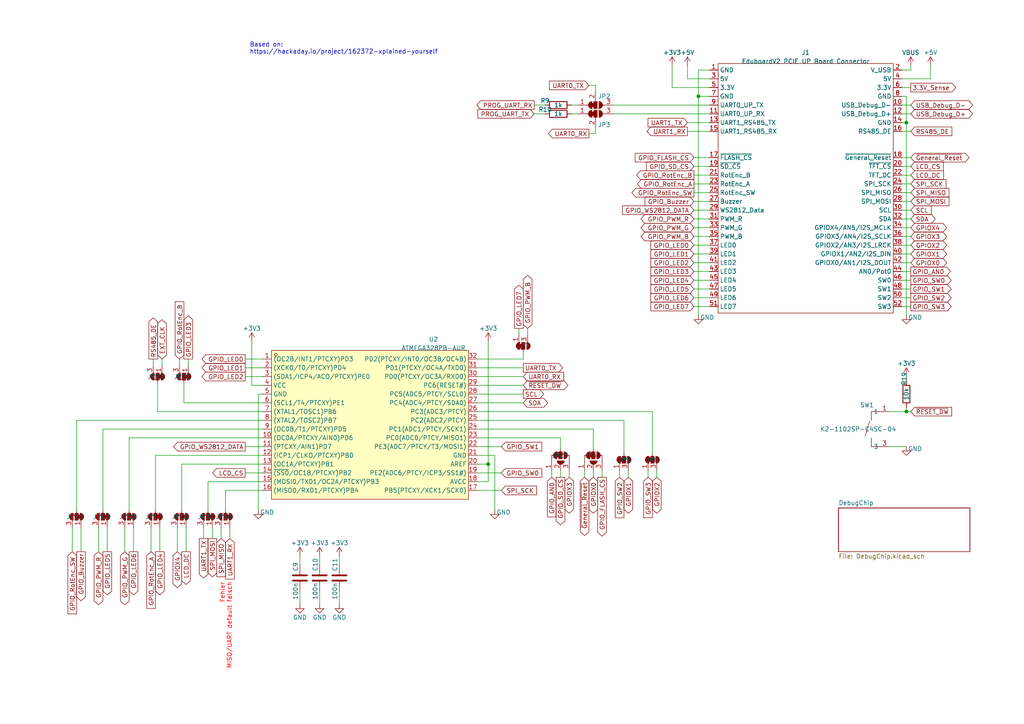
<source format=kicad_sch>
(kicad_sch (version 20230121) (generator eeschema)
  (paper "A4")
  (lib_symbols
    (symbol "Device:C" (pin_numbers hide) (pin_names (offset 0.254))
      (property "Reference" "C" (at 0.635 2.54 0))
      (property "Value" "C" (at 0.635 -2.54 0))
      (symbol "C_0_1"
        (polyline (pts (xy -2.032 -0.762) (xy 2.032 -0.762)) (stroke (width 0.508)))
        (polyline (pts (xy -2.032 0.762) (xy 2.032 0.762)) (stroke (width 0.508)))
      )
      (symbol "C_1_1"
        (pin passive line (at 0 3.81 270) (length 2.794) (name "~") (number "1"))
        (pin passive line (at 0 -3.81 90) (length 2.794) (name "~") (number "2"))
      )
    )
    (symbol "Device:R" (pin_numbers hide) (pin_names (offset 0))
      (property "Reference" "R" (at 2.032 0 90))
      (property "Value" "R" (at 0 0 90))
      (symbol "R_0_1"
        (rectangle (start -1.016 -2.54) (end 1.016 2.54) (stroke (width 0.254)))
      )
      (symbol "R_1_1"
        (pin passive line (at 0 3.81 270) (length 1.27) (name "~") (number "1"))
        (pin passive line (at 0 -3.81 90) (length 1.27) (name "~") (number "2"))
      )
    )
    (symbol "EduboardV2_kicadlib:ATMEGA328PB-AUR"
      (property "Reference" "U" (at -45.085 23.495 0))
      (property "Value" "ATMEGA328PB-AUR" (at 0 -24.13 0))
      (symbol "ATMEGA328PB-AUR_0_1"
        (rectangle (start -46.99 21.59) (end 10.16 -21.59) (fill (type background)))
        (circle (center -45.72 20.32) (radius 0.38))
        (pin unspecified line (at -49.53 19.05 0) (length 2.54) (name "(OC2B/INT1/PTCXY)PD3") (number "1"))
        (pin unspecified line (at -49.53 -3.81 0) (length 2.54) (name "(OC0A/PTCXY/AIN0)PD6") (number "10"))
        (pin unspecified line (at -49.53 -6.35 0) (length 2.54) (name "(PTCXY/AIN1)PD7") (number "11"))
        (pin unspecified line (at -49.53 -8.89 0) (length 2.54) (name "(ICP1/CLKO/PTCXY)PB0") (number "12"))
        (pin unspecified line (at -49.53 -11.43 0) (length 2.54) (name "(OC1A/PTCXY)PB1") (number "13"))
        (pin unspecified line (at -49.53 -13.97 0) (length 2.54) (name "~{(SS0}/OC1B/PTCXY)PB2") (number "14"))
        (pin unspecified line (at -49.53 -16.51 0) (length 2.54) (name "(MOSI0/TXD1/OC2A/PTCXY)PB3") (number "15"))
        (pin unspecified line (at -49.53 -19.05 0) (length 2.54) (name "(MISO0/RXD1/PTCXY)PB4") (number "16"))
        (pin unspecified line (at 12.7 -19.05 180) (length 2.54) (name "PB5(PTCXY/XCK1/SCK0)") (number "17"))
        (pin unspecified line (at 12.7 -16.51 180) (length 2.54) (name "AVCC") (number "18"))
        (pin unspecified line (at 12.7 -13.97 180) (length 2.54) (name "PE2(ADC6/PTCY/ICP3/SS1#)") (number "19"))
        (pin unspecified line (at -49.53 16.51 0) (length 2.54) (name "(XCK0/T0/PTCXY)PD4") (number "2"))
        (pin unspecified line (at 12.7 -11.43 180) (length 2.54) (name "AREF") (number "20"))
        (pin unspecified line (at 12.7 -8.89 180) (length 2.54) (name "GND") (number "21"))
        (pin unspecified line (at 12.7 -6.35 180) (length 2.54) (name "PE3(ADC7/PTCY/T3/MOSI1)") (number "22"))
        (pin unspecified line (at 12.7 -3.81 180) (length 2.54) (name "PC0(ADC0/PTCY/MISO1)") (number "23"))
        (pin unspecified line (at 12.7 -1.27 180) (length 2.54) (name "PC1(ADC1/PTCY/SCK1)") (number "24"))
        (pin unspecified line (at 12.7 1.27 180) (length 2.54) (name "PC2(ADC2/PTCY)") (number "25"))
        (pin unspecified line (at 12.7 3.81 180) (length 2.54) (name "PC3(ADC3/PTCY)") (number "26"))
        (pin unspecified line (at 12.7 6.35 180) (length 2.54) (name "PC4(ADC4/PTCY/SDA0)") (number "27"))
        (pin unspecified line (at 12.7 8.89 180) (length 2.54) (name "PC5(ADC5/PTCY/SCL0)") (number "28"))
        (pin unspecified line (at 12.7 11.43 180) (length 2.54) (name "PC6(RESET#)") (number "29"))
        (pin unspecified line (at -49.53 13.97 0) (length 2.54) (name "(SDA1/ICP4/ACO/PTCXY)PE0") (number "3"))
        (pin unspecified line (at 12.7 13.97 180) (length 2.54) (name "PD0(PTCXY/OC3A/RXD0)") (number "30"))
        (pin unspecified line (at 12.7 16.51 180) (length 2.54) (name "PD1(PTCXY/OC4A/TXD0)") (number "31"))
        (pin unspecified line (at 12.7 19.05 180) (length 2.54) (name "PD2(PTCXY/INT0/OC3B/OC4B)") (number "32"))
        (pin unspecified line (at -49.53 11.43 0) (length 2.54) (name "VCC") (number "4"))
        (pin unspecified line (at -49.53 8.89 0) (length 2.54) (name "GND") (number "5"))
        (pin unspecified line (at -49.53 6.35 0) (length 2.54) (name "(SCL1/T4/PTCXY)PE1") (number "6"))
        (pin unspecified line (at -49.53 3.81 0) (length 2.54) (name "(XTAL1/TOSC1)PB6") (number "7"))
        (pin unspecified line (at -49.53 1.27 0) (length 2.54) (name "(XTAL2/TOSC2)PB7") (number "8"))
        (pin unspecified line (at -49.53 -1.27 0) (length 2.54) (name "(OC0B/T1/PTCXY)PD5") (number "9"))
      )
    )
    (symbol "EduboardV2_kicadlib:EduboardUPConnector_V1"
      (property "Reference" "J" (at -18.415 3.175 0))
      (property "Value" "EduboardV2 PCIE UP Board Connector" (at 12.7 3.175 0))
      (symbol "EduboardUPConnector_V1_0_1"
        (rectangle (start -19.05 1.905) (end 31.75 -70.485))
      )
      (symbol "EduboardUPConnector_V1_1_1"
        (pin power_in line (at -21.59 0 0) (length 2.54) (name "GND") (number "1"))
        (pin bidirectional line (at 34.29 -10.16 180) (length 2.54) (name "USB_Debug_D-") (number "10"))
        (pin input line (at -21.59 -12.7 0) (length 2.54) (name "UART0_UP_RX") (number "11"))
        (pin bidirectional line (at 34.29 -12.7 180) (length 2.54) (name "USB_Debug_D+") (number "12"))
        (pin output line (at -21.59 -15.24 0) (length 2.54) (name "UART1_RS485_TX") (number "13"))
        (pin power_in line (at 34.29 -15.24 180) (length 2.54) (name "GND") (number "14"))
        (pin input line (at -21.59 -17.78 0) (length 2.54) (name "UART1_RS485_RX") (number "15"))
        (pin output line (at 34.29 -17.78 180) (length 2.54) (name "RS485_DE") (number "16"))
        (pin output line (at -21.59 -25.4 0) (length 2.54) (name "~{FLASH_CS}") (number "17"))
        (pin output line (at 34.29 -25.4 180) (length 2.54) (name "~{General_Reset}") (number "18"))
        (pin output line (at -21.59 -27.94 0) (length 2.54) (name "~{SD_CS}") (number "19"))
        (pin power_in line (at 34.29 0 180) (length 2.54) (name "V_USB") (number "2"))
        (pin output line (at 34.29 -27.94 180) (length 2.54) (name "~{TFT_CS}") (number "20"))
        (pin input line (at -21.59 -30.48 0) (length 2.54) (name "RotEnc_B") (number "21"))
        (pin output line (at 34.29 -30.48 180) (length 2.54) (name "TFT_DC") (number "22"))
        (pin input line (at -21.59 -33.02 0) (length 2.54) (name "RotEnc_A") (number "23"))
        (pin output line (at 34.29 -33.02 180) (length 2.54) (name "SPI_SCK") (number "24"))
        (pin input line (at -21.59 -35.56 0) (length 2.54) (name "RotEnc_SW") (number "25"))
        (pin input line (at 34.29 -35.56 180) (length 2.54) (name "SPI_MISO") (number "26"))
        (pin output line (at -21.59 -38.1 0) (length 2.54) (name "Buzzer") (number "27"))
        (pin output line (at 34.29 -38.1 180) (length 2.54) (name "SPI_MOSI") (number "28"))
        (pin output line (at -21.59 -40.64 0) (length 2.54) (name "WS2812_Data") (number "29"))
        (pin power_in line (at -21.59 -2.54 0) (length 2.54) (name "5V") (number "3"))
        (pin output line (at 34.29 -40.64 180) (length 2.54) (name "SCL") (number "30"))
        (pin output line (at -21.59 -43.18 0) (length 2.54) (name "PWM_R") (number "31"))
        (pin bidirectional line (at 34.29 -43.18 180) (length 2.54) (name "SDA") (number "32"))
        (pin output line (at -21.59 -45.72 0) (length 2.54) (name "PWM_G") (number "33"))
        (pin bidirectional line (at 34.29 -45.72 180) (length 2.54) (name "GPIOX4/AN5/I2S_MCLK") (number "34"))
        (pin output line (at -21.59 -48.26 0) (length 2.54) (name "PWM_B") (number "35"))
        (pin bidirectional line (at 34.29 -48.26 180) (length 2.54) (name "GPIOX3/AN4/I2S_SCLK") (number "36"))
        (pin output line (at -21.59 -50.8 0) (length 2.54) (name "LED0") (number "37"))
        (pin bidirectional line (at 34.29 -50.8 180) (length 2.54) (name "GPIOX2/AN3/I2S_LRCK") (number "38"))
        (pin output line (at -21.59 -53.34 0) (length 2.54) (name "LED1") (number "39"))
        (pin power_in line (at 34.29 -2.54 180) (length 2.54) (name "5V") (number "4"))
        (pin bidirectional line (at 34.29 -53.34 180) (length 2.54) (name "GPIOX1/AN2/I2S_DIN") (number "40"))
        (pin output line (at -21.59 -55.88 0) (length 2.54) (name "LED2") (number "41"))
        (pin bidirectional line (at 34.29 -55.88 180) (length 2.54) (name "GPIOX0/AN1/I2S_DOUT") (number "42"))
        (pin output line (at -21.59 -58.42 0) (length 2.54) (name "LED3") (number "43"))
        (pin input line (at 34.29 -58.42 180) (length 2.54) (name "AN0/Pot0") (number "44"))
        (pin output line (at -21.59 -60.96 0) (length 2.54) (name "LED4") (number "45"))
        (pin input line (at 34.29 -60.96 180) (length 2.54) (name "SW0") (number "46"))
        (pin output line (at -21.59 -63.5 0) (length 2.54) (name "LED5") (number "47"))
        (pin input line (at 34.29 -63.5 180) (length 2.54) (name "SW1") (number "48"))
        (pin output line (at -21.59 -66.04 0) (length 2.54) (name "LED6") (number "49"))
        (pin power_in line (at -21.59 -5.08 0) (length 2.54) (name "3.3V") (number "5"))
        (pin input line (at 34.29 -66.04 180) (length 2.54) (name "SW2") (number "50"))
        (pin output line (at -21.59 -68.58 0) (length 2.54) (name "LED7") (number "51"))
        (pin input line (at 34.29 -68.58 180) (length 2.54) (name "SW3") (number "52"))
        (pin power_in line (at 34.29 -5.08 180) (length 2.54) (name "3.3V") (number "6"))
        (pin power_in line (at -21.59 -7.62 0) (length 2.54) (name "GND") (number "7"))
        (pin power_in line (at 34.29 -7.62 180) (length 2.54) (name "GND") (number "8"))
        (pin output line (at -21.59 -10.16 0) (length 2.54) (name "UART0_UP_TX") (number "9"))
      )
    )
    (symbol "EduboardV2_kicadlib:K2-1102SP-C4SC-04"
      (property "Reference" "SW?" (at 0 10.16 0))
      (property "Value" "K2-1102SP-C4SC-04" (at 0 -10.16 0))
      (symbol "K2-1102SP-C4SC-04_0_1"
        (polyline (pts (xy -5.08 -5.08) (xy -2.54 -5.08)))
        (polyline (pts (xy -5.08 5.08) (xy -2.54 5.08)))
        (polyline (pts (xy -2.54 -5.08) (xy -2.54 -2.54)))
        (polyline (pts (xy -2.54 5.08) (xy -2.54 2.54)))
        (polyline (pts (xy -2.032 2.286) (xy -0.762 -2.032)))
        (pin unspecified line (at -7.62 5.08 0) (length 2.54) (name "1") (number "1"))
        (pin unspecified line (at -7.62 5.08 0) (length 2.54) hide (name "2") (number "2"))
        (pin unspecified line (at -7.62 -5.08 0) (length 2.54) (name "3") (number "3"))
        (pin unspecified line (at -7.62 -5.08 0) (length 2.54) hide (name "4") (number "4"))
      )
    )
    (symbol "EduboardV2_kicadlib:SolderJumper_Small_3_Bridged12" (pin_names (offset 0) hide)
      (property "Reference" "JP" (at 2.54 1.27 0))
      (symbol "SolderJumper_Small_3_Bridged12_0_1"
        (arc (start -1.016 -1.016) (mid 0 -2.0276) (end 1.016 -1.016))
        (arc (start -1.016 -1.016) (mid 0 -2.0276) (end 1.016 -1.016) (fill (type outline)))
        (polyline (pts (xy -1.016 -1.016) (xy 1.016 -1.016)))
        (polyline (pts (xy -1.016 1.016) (xy 1.016 1.016)))
        (polyline (pts (xy 1.27 0) (xy 1.016 0)))
        (rectangle (start 0.508 0.508) (end -0.508 1.016) (fill (type outline)))
        (rectangle (start 1.016 -0.508) (end -1.016 0.508) (fill (type outline)))
        (arc (start 1.016 1.016) (mid 0 2.0276) (end -1.016 1.016))
        (arc (start 1.016 1.016) (mid 0 2.0276) (end -1.016 1.016) (fill (type outline)))
      )
      (symbol "SolderJumper_Small_3_Bridged12_1_1"
        (pin passive line (at -3.175 1.27 0) (length 2.54) (name "A") (number "1"))
        (pin passive line (at 1.905 0 180) (length 2.54) (name "C") (number "2"))
        (pin passive line (at -3.175 -1.27 0) (length 2.54) (name "B") (number "3"))
      )
    )
    (symbol "EduboardV2_kicadlib:SolderJumper_Small_4_Bridged14" (pin_names (offset 0) hide)
      (property "Reference" "JP" (at 2.54 1.27 0))
      (symbol "SolderJumper_Small_4_Bridged14_0_1"
        (arc (start -1.5875 0.9525) (mid -2.5991 -0.0635) (end -1.5875 -1.0795))
        (arc (start -1.5875 0.9525) (mid -2.5991 -0.0635) (end -1.5875 -1.0795) (fill (type outline)))
        (arc (start -1.016 -1.016) (mid 0 -2.0276) (end 1.016 -1.016))
        (arc (start -1.016 -1.016) (mid 0 -2.0276) (end 1.016 -1.016) (fill (type outline)))
        (rectangle (start -1.016 0.508) (end 1.016 -0.508) (fill (type outline)))
        (polyline (pts (xy -1.5875 0.9525) (xy -1.5875 -1.0795)))
        (polyline (pts (xy -1.016 -1.016) (xy 1.016 -1.016)))
        (polyline (pts (xy -1.016 1.016) (xy 1.016 1.016)))
        (polyline (pts (xy 0 -2.54) (xy 0 -2.032)))
        (polyline (pts (xy 0 2.54) (xy 0 2.032)))
        (polyline (pts (xy 1.27 0) (xy 1.016 0)))
        (polyline (pts (xy -1.905 -2.54) (xy 0 -2.54) (xy 0 -1.905)))
        (polyline (pts (xy -1.905 2.54) (xy 0 2.54) (xy 0 1.905)))
        (rectangle (start 0.508 0.508) (end -0.508 1.016) (fill (type outline)))
        (arc (start 1.016 1.016) (mid 0 2.0276) (end -1.016 1.016))
        (arc (start 1.016 1.016) (mid 0 2.0276) (end -1.016 1.016) (fill (type outline)))
      )
      (symbol "SolderJumper_Small_4_Bridged14_1_1"
        (pin passive line (at -4.445 2.54 0) (length 2.54) (name "A") (number "1"))
        (pin passive line (at -4.445 0 0) (length 2.54) (name "A") (number "2"))
        (pin passive line (at -4.445 -2.54 0) (length 2.54) (name "B") (number "3"))
        (pin passive line (at 1.905 0 180) (length 2.54) (name "C") (number "4"))
      )
    )
    (symbol "Jumper:SolderJumper_3_Bridged12" (pin_names (offset 0) hide)
      (property "Reference" "JP" (at -2.54 -2.54 0))
      (property "Value" "SolderJumper_3_Bridged12" (at 0 2.794 0))
      (symbol "SolderJumper_3_Bridged12_0_1"
        (rectangle (start -1.016 0.508) (end -0.508 -0.508) (fill (type outline)))
        (arc (start -1.016 1.016) (mid -2.0276 0) (end -1.016 -1.016))
        (arc (start -1.016 1.016) (mid -2.0276 0) (end -1.016 -1.016) (fill (type outline)))
        (rectangle (start -0.508 1.016) (end 0.508 -1.016) (fill (type outline)))
        (polyline (pts (xy -2.54 0) (xy -2.032 0)))
        (polyline (pts (xy -1.016 1.016) (xy -1.016 -1.016)))
        (polyline (pts (xy 0 -1.27) (xy 0 -1.016)))
        (polyline (pts (xy 1.016 1.016) (xy 1.016 -1.016)))
        (polyline (pts (xy 2.54 0) (xy 2.032 0)))
        (arc (start 1.016 -1.016) (mid 2.0276 0) (end 1.016 1.016))
        (arc (start 1.016 -1.016) (mid 2.0276 0) (end 1.016 1.016) (fill (type outline)))
      )
      (symbol "SolderJumper_3_Bridged12_1_1"
        (pin passive line (at -5.08 0 0) (length 2.54) (name "A") (number "1"))
        (pin passive line (at 0 -3.81 90) (length 2.54) (name "C") (number "2"))
        (pin passive line (at 5.08 0 180) (length 2.54) (name "B") (number "3"))
      )
    )
    (symbol "power:+3V3" (power) (pin_names (offset 0))
      (property "Value" "+3V3" (at 0 3.556 0))
      (symbol "+3V3_0_1"
        (polyline (pts (xy -0.762 1.27) (xy 0 2.54)))
        (polyline (pts (xy 0 0) (xy 0 2.54)))
        (polyline (pts (xy 0 2.54) (xy 0.762 1.27)))
      )
      (symbol "+3V3_1_1"
        (pin power_in line (at 0 0 90) (length 0) hide (name "+3V3") (number "1"))
      )
    )
    (symbol "power:+5V" (power) (pin_names (offset 0))
      (property "Value" "+5V" (at 0 3.556 0))
      (symbol "+5V_0_1"
        (polyline (pts (xy -0.762 1.27) (xy 0 2.54)))
        (polyline (pts (xy 0 0) (xy 0 2.54)))
        (polyline (pts (xy 0 2.54) (xy 0.762 1.27)))
      )
      (symbol "+5V_1_1"
        (pin power_in line (at 0 0 90) (length 0) hide (name "+5V") (number "1"))
      )
    )
    (symbol "power:GND" (power) (pin_names (offset 0))
      (property "Value" "GND" (at 0 -3.81 0))
      (symbol "GND_0_1"
        (polyline (pts (xy 0 0) (xy 0 -1.27) (xy 1.27 -1.27) (xy 0 -2.54) (xy -1.27 -1.27) (xy 0 -1.27)))
      )
      (symbol "GND_1_1"
        (pin power_in line (at 0 0 270) (length 0) hide (name "GND") (number "1"))
      )
    )
    (symbol "power:VBUS" (power) (pin_names (offset 0))
      (property "Value" "VBUS" (at 0 3.81 0))
      (symbol "VBUS_0_1"
        (polyline (pts (xy -0.762 1.27) (xy 0 2.54)))
        (polyline (pts (xy 0 0) (xy 0 2.54)))
        (polyline (pts (xy 0 2.54) (xy 0.762 1.27)))
      )
      (symbol "VBUS_1_1"
        (pin power_in line (at 0 0 90) (length 0) hide (name "VBUS") (number "1"))
      )
    )
  )
  (junction (at 262.89 119.38))
  (junction (at 141.605 134.62))
  (junction (at 202.565 27.94))
  (junction (at 262.89 35.56))
  (wire (pts (xy 261.62 88.9) (xy 264.16 88.9)))
  (wire (pts (xy 261.62 76.2) (xy 264.16 76.2)))
  (wire (pts (xy 65.405 142.24) (xy 65.405 147.955)))
  (wire (pts (xy 179.705 136.525) (xy 179.705 138.43)))
  (wire (pts (xy 201.295 55.88) (xy 205.74 55.88)))
  (wire (pts (xy 189.23 119.38) (xy 189.23 131.445)))
  (wire (pts (xy 201.295 63.5) (xy 205.74 63.5)))
  (wire (pts (xy 28.575 153.035) (xy 28.575 160.02)))
  (wire (pts (xy 172.72 38.735) (xy 172.72 36.83)))
  (wire (pts (xy 201.295 66.04) (xy 205.74 66.04)))
  (wire (pts (xy 172.085 130.175) (xy 172.085 124.46)))
  (wire (pts (xy 37.465 127) (xy 37.465 147.955)))
  (wire (pts (xy 52.705 134.62) (xy 52.705 147.955)))
  (wire (pts (xy 261.62 81.28) (xy 264.16 81.28)))
  (wire (pts (xy 180.975 131.445) (xy 180.975 121.92)))
  (wire (pts (xy 143.51 147.955) (xy 143.51 132.08)))
  (wire (pts (xy 262.89 109.22) (xy 262.89 110.49)))
  (wire (pts (xy 194.945 25.4) (xy 205.74 25.4)))
  (wire (pts (xy 261.62 83.82) (xy 264.16 83.82)))
  (wire (pts (xy 199.39 38.1) (xy 205.74 38.1)))
  (wire (pts (xy 45.085 132.08) (xy 45.085 147.955)))
  (wire (pts (xy 71.12 129.54) (xy 76.2 129.54)))
  (wire (pts (xy 138.43 111.76) (xy 151.765 111.76)))
  (wire (pts (xy 165.735 30.48) (xy 167.64 30.48)))
  (wire (pts (xy 73.025 111.76) (xy 76.2 111.76)))
  (wire (pts (xy 261.62 60.96) (xy 264.16 60.96)))
  (wire (pts (xy 151.765 104.14) (xy 151.765 102.235)))
  (wire (pts (xy 138.43 127) (xy 162.56 127)))
  (wire (pts (xy 261.62 55.88) (xy 264.16 55.88)))
  (wire (pts (xy 138.43 114.3) (xy 151.765 114.3)))
  (wire (pts (xy 74.93 147.955) (xy 74.93 114.3)))
  (wire (pts (xy 160.02 136.525) (xy 160.02 138.43)))
  (wire (pts (xy 201.295 71.12) (xy 205.74 71.12)))
  (wire (pts (xy 44.45 104.14) (xy 44.45 106.045)))
  (wire (pts (xy 59.055 153.035) (xy 59.055 156.21)))
  (wire (pts (xy 29.845 124.46) (xy 29.845 147.955)))
  (wire (pts (xy 180.975 121.92) (xy 138.43 121.92)))
  (wire (pts (xy 261.62 45.72) (xy 264.16 45.72)))
  (wire (pts (xy 86.995 161.29) (xy 86.995 163.83)))
  (wire (pts (xy 138.43 139.7) (xy 141.605 139.7)))
  (wire (pts (xy 201.295 58.42) (xy 205.74 58.42)))
  (wire (pts (xy 162.56 127) (xy 162.56 130.175)))
  (wire (pts (xy 262.89 27.94) (xy 261.62 27.94)))
  (wire (pts (xy 64.135 153.035) (xy 64.135 156.21)))
  (wire (pts (xy 261.62 48.26) (xy 264.16 48.26)))
  (wire (pts (xy 170.815 24.765) (xy 172.72 24.765)))
  (wire (pts (xy 138.43 142.24) (xy 145.415 142.24)))
  (wire (pts (xy 92.71 161.29) (xy 92.71 163.83)))
  (wire (pts (xy 98.425 161.29) (xy 98.425 163.83)))
  (wire (pts (xy 201.295 88.9) (xy 205.74 88.9)))
  (wire (pts (xy 262.89 119.38) (xy 264.16 119.38)))
  (wire (pts (xy 177.8 33.02) (xy 205.74 33.02)))
  (wire (pts (xy 257.81 119.38) (xy 262.89 119.38)))
  (wire (pts (xy 262.89 91.44) (xy 262.89 35.56)))
  (wire (pts (xy 76.2 127) (xy 37.465 127)))
  (wire (pts (xy 154.94 30.48) (xy 158.115 30.48)))
  (wire (pts (xy 257.81 129.54) (xy 262.89 129.54)))
  (wire (pts (xy 138.43 109.22) (xy 151.765 109.22)))
  (wire (pts (xy 201.295 68.58) (xy 205.74 68.58)))
  (wire (pts (xy 60.325 139.7) (xy 60.325 147.955)))
  (wire (pts (xy 53.975 153.035) (xy 53.975 160.02)))
  (wire (pts (xy 73.025 99.06) (xy 73.025 111.76)))
  (wire (pts (xy 182.245 136.525) (xy 182.245 138.43)))
  (wire (pts (xy 202.565 27.94) (xy 205.74 27.94)))
  (wire (pts (xy 261.62 35.56) (xy 262.89 35.56)))
  (wire (pts (xy 199.39 35.56) (xy 205.74 35.56)))
  (wire (pts (xy 262.89 35.56) (xy 262.89 27.94)))
  (wire (pts (xy 190.5 136.525) (xy 190.5 138.43)))
  (wire (pts (xy 172.085 136.525) (xy 172.085 138.43)))
  (wire (pts (xy 20.955 153.035) (xy 20.955 160.02)))
  (wire (pts (xy 202.565 20.32) (xy 202.565 27.94)))
  (wire (pts (xy 54.61 104.14) (xy 54.61 106.045)))
  (wire (pts (xy 201.295 45.72) (xy 205.74 45.72)))
  (wire (pts (xy 264.16 19.05) (xy 264.16 20.32)))
  (wire (pts (xy 165.1 136.525) (xy 165.1 138.43)))
  (wire (pts (xy 71.12 109.22) (xy 76.2 109.22)))
  (wire (pts (xy 150.495 95.25) (xy 150.495 97.155)))
  (wire (pts (xy 138.43 129.54) (xy 145.415 129.54)))
  (wire (pts (xy 154.94 33.02) (xy 158.115 33.02)))
  (wire (pts (xy 92.71 171.45) (xy 92.71 175.26)))
  (wire (pts (xy 141.605 134.62) (xy 141.605 99.06)))
  (wire (pts (xy 76.2 121.92) (xy 22.225 121.92)))
  (wire (pts (xy 269.875 22.86) (xy 261.62 22.86)))
  (wire (pts (xy 261.62 30.48) (xy 264.16 30.48)))
  (wire (pts (xy 261.62 33.02) (xy 264.16 33.02)))
  (wire (pts (xy 143.51 132.08) (xy 138.43 132.08)))
  (wire (pts (xy 261.62 53.34) (xy 264.16 53.34)))
  (wire (pts (xy 261.62 50.8) (xy 264.16 50.8)))
  (wire (pts (xy 201.295 81.28) (xy 205.74 81.28)))
  (wire (pts (xy 174.625 136.525) (xy 174.625 138.43)))
  (wire (pts (xy 261.62 78.74) (xy 264.16 78.74)))
  (wire (pts (xy 199.39 22.86) (xy 199.39 19.05)))
  (wire (pts (xy 172.72 24.765) (xy 172.72 26.67)))
  (wire (pts (xy 31.115 153.035) (xy 31.115 160.02)))
  (wire (pts (xy 76.2 134.62) (xy 52.705 134.62)))
  (wire (pts (xy 264.16 20.32) (xy 261.62 20.32)))
  (wire (pts (xy 201.295 86.36) (xy 205.74 86.36)))
  (wire (pts (xy 45.72 119.38) (xy 45.72 111.125)))
  (wire (pts (xy 71.12 104.14) (xy 76.2 104.14)))
  (wire (pts (xy 76.2 119.38) (xy 45.72 119.38)))
  (wire (pts (xy 36.195 153.035) (xy 36.195 160.02)))
  (wire (pts (xy 269.875 19.05) (xy 269.875 22.86)))
  (wire (pts (xy 71.12 137.16) (xy 76.2 137.16)))
  (wire (pts (xy 98.425 171.45) (xy 98.425 175.26)))
  (wire (pts (xy 46.99 104.14) (xy 46.99 106.045)))
  (wire (pts (xy 202.565 91.44) (xy 202.565 27.94)))
  (wire (pts (xy 201.295 48.26) (xy 205.74 48.26)))
  (wire (pts (xy 201.295 53.34) (xy 205.74 53.34)))
  (wire (pts (xy 261.62 25.4) (xy 264.16 25.4)))
  (wire (pts (xy 162.56 136.525) (xy 162.56 138.43)))
  (wire (pts (xy 53.34 116.84) (xy 53.34 111.125)))
  (wire (pts (xy 201.295 76.2) (xy 205.74 76.2)))
  (wire (pts (xy 61.595 153.035) (xy 61.595 156.21)))
  (wire (pts (xy 138.43 137.16) (xy 145.415 137.16)))
  (wire (pts (xy 169.545 136.525) (xy 169.545 138.43)))
  (wire (pts (xy 46.355 153.035) (xy 46.355 160.02)))
  (wire (pts (xy 74.93 114.3) (xy 76.2 114.3)))
  (wire (pts (xy 76.2 139.7) (xy 60.325 139.7)))
  (wire (pts (xy 201.295 60.96) (xy 205.74 60.96)))
  (wire (pts (xy 261.62 66.04) (xy 264.16 66.04)))
  (wire (pts (xy 43.815 153.035) (xy 43.815 160.02)))
  (wire (pts (xy 138.43 104.14) (xy 151.765 104.14)))
  (wire (pts (xy 153.035 95.25) (xy 153.035 97.155)))
  (wire (pts (xy 141.605 139.7) (xy 141.605 134.62)))
  (wire (pts (xy 261.62 58.42) (xy 264.16 58.42)))
  (wire (pts (xy 261.62 86.36) (xy 264.16 86.36)))
  (wire (pts (xy 138.43 134.62) (xy 141.605 134.62)))
  (wire (pts (xy 261.62 68.58) (xy 264.16 68.58)))
  (wire (pts (xy 38.735 153.035) (xy 38.735 160.02)))
  (wire (pts (xy 205.74 20.32) (xy 202.565 20.32)))
  (wire (pts (xy 76.2 132.08) (xy 45.085 132.08)))
  (wire (pts (xy 201.295 50.8) (xy 205.74 50.8)))
  (wire (pts (xy 23.495 153.035) (xy 23.495 160.02)))
  (wire (pts (xy 261.62 73.66) (xy 264.16 73.66)))
  (wire (pts (xy 201.295 83.82) (xy 205.74 83.82)))
  (wire (pts (xy 201.295 78.74) (xy 205.74 78.74)))
  (wire (pts (xy 172.085 124.46) (xy 138.43 124.46)))
  (wire (pts (xy 170.815 38.735) (xy 172.72 38.735)))
  (wire (pts (xy 261.62 38.1) (xy 264.16 38.1)))
  (wire (pts (xy 138.43 119.38) (xy 189.23 119.38)))
  (wire (pts (xy 201.295 73.66) (xy 205.74 73.66)))
  (wire (pts (xy 76.2 124.46) (xy 29.845 124.46)))
  (wire (pts (xy 86.995 171.45) (xy 86.995 175.26)))
  (wire (pts (xy 138.43 116.84) (xy 151.765 116.84)))
  (wire (pts (xy 138.43 106.68) (xy 151.765 106.68)))
  (wire (pts (xy 262.89 118.11) (xy 262.89 119.38)))
  (wire (pts (xy 52.07 104.14) (xy 52.07 106.045)))
  (wire (pts (xy 22.225 121.92) (xy 22.225 147.955)))
  (wire (pts (xy 177.8 30.48) (xy 205.74 30.48)))
  (wire (pts (xy 66.675 153.035) (xy 66.675 156.21)))
  (wire (pts (xy 165.735 33.02) (xy 167.64 33.02)))
  (wire (pts (xy 194.945 19.05) (xy 194.945 25.4)))
  (wire (pts (xy 187.96 136.525) (xy 187.96 138.43)))
  (wire (pts (xy 76.2 116.84) (xy 53.34 116.84)))
  (wire (pts (xy 71.12 106.68) (xy 76.2 106.68)))
  (wire (pts (xy 51.435 153.035) (xy 51.435 160.02)))
  (wire (pts (xy 205.74 22.86) (xy 199.39 22.86)))
  (wire (pts (xy 261.62 71.12) (xy 264.16 71.12)))
  (wire (pts (xy 65.405 142.24) (xy 76.2 142.24)))
  (wire (pts (xy 261.62 63.5) (xy 264.16 63.5)))
  (text "Based on:\nhttps://hackaday.io/project/162372-xplained-yourself" (at 72.39 15.875 0) (effects (font (size 1.27 1.27)) (justify left bottom)))
  (text "Fehler\nMISO/UART default falsch\n" (at 67.31 168.91 90) (effects (font (size 1.27 1.27)) (justify right bottom)))
  (global_label "USB_Debug_D+" (shape bidirectional) (at 264.16 33.02 0) (property "Intersheetrefs" "${INTERSHEET_REFS}" (effects hide)))
  (global_label "EXT_CLK" (shape bidirectional) (at 46.99 104.14 90) (property "Intersheetrefs" "${INTERSHEET_REFS}" (effects hide)))
  (global_label "GPIO_LED2" (shape input) (at 201.295 76.2 180) (property "Intersheetrefs" "${INTERSHEET_REFS}" (effects hide)))
  (global_label "LCD_DC" (shape output) (at 53.975 160.02 270) (property "Intersheetrefs" "${INTERSHEET_REFS}" (effects hide)))
  (global_label "GPIO_LED4" (shape output) (at 46.355 160.02 270) (property "Intersheetrefs" "${INTERSHEET_REFS}" (effects hide)))
  (global_label "PROG_UART_RX" (shape output) (at 154.94 30.48 180) (property "Intersheetrefs" "${INTERSHEET_REFS}" (effects hide)))
  (global_label "~{RESET_DW}" (shape bidirectional) (at 151.765 111.76 0) (property "Intersheetrefs" "${INTERSHEET_REFS}" (effects hide)))
  (global_label "SDA" (shape bidirectional) (at 151.765 116.84 0) (property "Intersheetrefs" "${INTERSHEET_REFS}" (effects hide)))
  (global_label "GPIO_SW2" (shape input) (at 179.705 138.43 270) (property "Intersheetrefs" "${INTERSHEET_REFS}" (effects hide)))
  (global_label "GPIOX2" (shape bidirectional) (at 264.16 71.12 0) (property "Intersheetrefs" "${INTERSHEET_REFS}" (effects hide)))
  (global_label "GPIO_PWM_R" (shape bidirectional) (at 28.575 160.02 270) (property "Intersheetrefs" "${INTERSHEET_REFS}" (effects hide)))
  (global_label "USB_Debug_D-" (shape bidirectional) (at 264.16 30.48 0) (property "Intersheetrefs" "${INTERSHEET_REFS}" (effects hide)))
  (global_label "~{General_Reset}" (shape bidirectional) (at 169.545 138.43 270) (property "Intersheetrefs" "${INTERSHEET_REFS}" (effects hide)))
  (global_label "RS485_DE" (shape input) (at 264.16 38.1 0) (property "Intersheetrefs" "${INTERSHEET_REFS}" (effects hide)))
  (global_label "UART1_RX" (shape output) (at 199.39 38.1 180) (property "Intersheetrefs" "${INTERSHEET_REFS}" (effects hide)))
  (global_label "GPIO_LED5" (shape output) (at 31.115 160.02 270) (property "Intersheetrefs" "${INTERSHEET_REFS}" (effects hide)))
  (global_label "~{RESET_DW}" (shape input) (at 264.16 119.38 0) (property "Intersheetrefs" "${INTERSHEET_REFS}" (effects hide)))
  (global_label "GPIO_SW0" (shape output) (at 264.16 81.28 0) (property "Intersheetrefs" "${INTERSHEET_REFS}" (effects hide)))
  (global_label "GPIO_RotEnc_B" (shape output) (at 201.295 50.8 180) (property "Intersheetrefs" "${INTERSHEET_REFS}" (effects hide)))
  (global_label "GPIO_Buzzer" (shape output) (at 23.495 160.02 270) (property "Intersheetrefs" "${INTERSHEET_REFS}" (effects hide)))
  (global_label "GPIO_RotEnc_SW" (shape input) (at 20.955 160.02 270) (property "Intersheetrefs" "${INTERSHEET_REFS}" (effects hide)))
  (global_label "GPIO_LED4" (shape input) (at 201.295 81.28 180) (property "Intersheetrefs" "${INTERSHEET_REFS}" (effects hide)))
  (global_label "GPIOX4" (shape bidirectional) (at 264.16 66.04 0) (property "Intersheetrefs" "${INTERSHEET_REFS}" (effects hide)))
  (global_label "GPIO_SW2" (shape output) (at 264.16 86.36 0) (property "Intersheetrefs" "${INTERSHEET_REFS}" (effects hide)))
  (global_label "GPIO_LED6" (shape input) (at 201.295 86.36 180) (property "Intersheetrefs" "${INTERSHEET_REFS}" (effects hide)))
  (global_label "GPIO_Buzzer" (shape input) (at 201.295 58.42 180) (property "Intersheetrefs" "${INTERSHEET_REFS}" (effects hide)))
  (global_label "PROG_UART_TX" (shape input) (at 154.94 33.02 180) (property "Intersheetrefs" "${INTERSHEET_REFS}" (effects hide)))
  (global_label "GPIO_LED1" (shape input) (at 201.295 73.66 180) (property "Intersheetrefs" "${INTERSHEET_REFS}" (effects hide)))
  (global_label "GPIOX2" (shape bidirectional) (at 190.5 138.43 270) (property "Intersheetrefs" "${INTERSHEET_REFS}" (effects hide)))
  (global_label "GPIO_PWM_R" (shape bidirectional) (at 201.295 63.5 180) (property "Intersheetrefs" "${INTERSHEET_REFS}" (effects hide)))
  (global_label "SPI_SCK" (shape input) (at 264.16 53.34 0) (property "Intersheetrefs" "${INTERSHEET_REFS}" (effects hide)))
  (global_label "SCL" (shape output) (at 151.765 114.3 0) (property "Intersheetrefs" "${INTERSHEET_REFS}" (effects hide)))
  (global_label "GPIO_LED5" (shape input) (at 201.295 83.82 180) (property "Intersheetrefs" "${INTERSHEET_REFS}" (effects hide)))
  (global_label "GPIOX4" (shape bidirectional) (at 51.435 160.02 270) (property "Intersheetrefs" "${INTERSHEET_REFS}" (effects hide)))
  (global_label "GPIOX3" (shape bidirectional) (at 165.1 138.43 270) (property "Intersheetrefs" "${INTERSHEET_REFS}" (effects hide)))
  (global_label "LCD_CS" (shape output) (at 71.12 137.16 180) (property "Intersheetrefs" "${INTERSHEET_REFS}" (effects hide)))
  (global_label "GPIO_LED7" (shape output) (at 150.495 95.25 90) (property "Intersheetrefs" "${INTERSHEET_REFS}" (effects hide)))
  (global_label "SDA" (shape bidirectional) (at 264.16 63.5 0) (property "Intersheetrefs" "${INTERSHEET_REFS}" (effects hide)))
  (global_label "GPIO_PWM_B" (shape bidirectional) (at 201.295 68.58 180) (property "Intersheetrefs" "${INTERSHEET_REFS}" (effects hide)))
  (global_label "3.3V_Sense" (shape output) (at 264.16 25.4 0) (property "Intersheetrefs" "${INTERSHEET_REFS}" (effects hide)))
  (global_label "SPI_MOSI" (shape input) (at 264.16 58.42 0) (property "Intersheetrefs" "${INTERSHEET_REFS}" (effects hide)))
  (global_label "GPIO_RotEnc_A" (shape input) (at 43.815 160.02 270) (property "Intersheetrefs" "${INTERSHEET_REFS}" (effects hide)))
  (global_label "LCD_DC" (shape input) (at 264.16 50.8 0) (property "Intersheetrefs" "${INTERSHEET_REFS}" (effects hide)))
  (global_label "SPI_SCK" (shape input) (at 145.415 142.24 0) (property "Intersheetrefs" "${INTERSHEET_REFS}" (effects hide)))
  (global_label "GPIO_LED0" (shape output) (at 71.12 104.14 180) (property "Intersheetrefs" "${INTERSHEET_REFS}" (effects hide)))
  (global_label "GPIO_LED0" (shape input) (at 201.295 71.12 180) (property "Intersheetrefs" "${INTERSHEET_REFS}" (effects hide)))
  (global_label "GPIOX1" (shape bidirectional) (at 182.245 138.43 270) (property "Intersheetrefs" "${INTERSHEET_REFS}" (effects hide)))
  (global_label "GPIO_SW0" (shape input) (at 145.415 137.16 0) (property "Intersheetrefs" "${INTERSHEET_REFS}" (effects hide)))
  (global_label "GPIO_RotEnc_B" (shape input) (at 52.07 104.14 90) (property "Intersheetrefs" "${INTERSHEET_REFS}" (effects hide)))
  (global_label "~{General_Reset}" (shape bidirectional) (at 264.16 45.72 0) (property "Intersheetrefs" "${INTERSHEET_REFS}" (effects hide)))
  (global_label "UART1_RX" (shape input) (at 66.675 156.21 270) (property "Intersheetrefs" "${INTERSHEET_REFS}" (effects hide)))
  (global_label "SPI_MOSI" (shape output) (at 61.595 156.21 270) (property "Intersheetrefs" "${INTERSHEET_REFS}" (effects hide)))
  (global_label "GPIO_WS2812_DATA" (shape input) (at 201.295 60.96 180) (property "Intersheetrefs" "${INTERSHEET_REFS}" (effects hide)))
  (global_label "GPIO_FLASH_CS" (shape input) (at 201.295 45.72 180) (property "Intersheetrefs" "${INTERSHEET_REFS}" (effects hide)))
  (global_label "GPIO_RotEnc_SW" (shape output) (at 201.295 55.88 180) (property "Intersheetrefs" "${INTERSHEET_REFS}" (effects hide)))
  (global_label "GPIO_LED3" (shape input) (at 201.295 78.74 180) (property "Intersheetrefs" "${INTERSHEET_REFS}" (effects hide)))
  (global_label "GPIO_LED6" (shape output) (at 38.735 160.02 270) (property "Intersheetrefs" "${INTERSHEET_REFS}" (effects hide)))
  (global_label "GPIOX0" (shape bidirectional) (at 172.085 138.43 270) (property "Intersheetrefs" "${INTERSHEET_REFS}" (effects hide)))
  (global_label "RS485_DE" (shape output) (at 44.45 104.14 90) (property "Intersheetrefs" "${INTERSHEET_REFS}" (effects hide)))
  (global_label "UART0_RX" (shape input) (at 151.765 109.22 0) (property "Intersheetrefs" "${INTERSHEET_REFS}" (effects hide)))
  (global_label "GPIO_PWM_G" (shape bidirectional) (at 36.195 160.02 270) (property "Intersheetrefs" "${INTERSHEET_REFS}" (effects hide)))
  (global_label "GPIO_SW1" (shape output) (at 264.16 83.82 0) (property "Intersheetrefs" "${INTERSHEET_REFS}" (effects hide)))
  (global_label "GPIO_LED2" (shape output) (at 71.12 109.22 180) (property "Intersheetrefs" "${INTERSHEET_REFS}" (effects hide)))
  (global_label "GPIO_SW3" (shape input) (at 187.96 138.43 270) (property "Intersheetrefs" "${INTERSHEET_REFS}" (effects hide)))
  (global_label "GPIOX3" (shape bidirectional) (at 264.16 68.58 0) (property "Intersheetrefs" "${INTERSHEET_REFS}" (effects hide)))
  (global_label "SPI_MISO" (shape input) (at 264.16 55.88 0) (property "Intersheetrefs" "${INTERSHEET_REFS}" (effects hide)))
  (global_label "GPIO_PWM_B" (shape bidirectional) (at 153.035 95.25 90) (property "Intersheetrefs" "${INTERSHEET_REFS}" (effects hide)))
  (global_label "GPIOX0" (shape bidirectional) (at 264.16 76.2 0) (property "Intersheetrefs" "${INTERSHEET_REFS}" (effects hide)))
  (global_label "UART1_TX" (shape output) (at 59.055 156.21 270) (property "Intersheetrefs" "${INTERSHEET_REFS}" (effects hide)))
  (global_label "GPIO_SD_CS" (shape output) (at 162.56 138.43 270) (property "Intersheetrefs" "${INTERSHEET_REFS}" (effects hide)))
  (global_label "UART0_TX" (shape input) (at 170.815 24.765 180) (property "Intersheetrefs" "${INTERSHEET_REFS}" (effects hide)))
  (global_label "GPIO_LED3" (shape output) (at 54.61 104.14 90) (property "Intersheetrefs" "${INTERSHEET_REFS}" (effects hide)))
  (global_label "LCD_CS" (shape input) (at 264.16 48.26 0) (property "Intersheetrefs" "${INTERSHEET_REFS}" (effects hide)))
  (global_label "GPIO_AN0" (shape output) (at 264.16 78.74 0) (property "Intersheetrefs" "${INTERSHEET_REFS}" (effects hide)))
  (global_label "GPIOX1" (shape bidirectional) (at 264.16 73.66 0) (property "Intersheetrefs" "${INTERSHEET_REFS}" (effects hide)))
  (global_label "UART0_RX" (shape output) (at 170.815 38.735 180) (property "Intersheetrefs" "${INTERSHEET_REFS}" (effects hide)))
  (global_label "GPIO_SW3" (shape output) (at 264.16 88.9 0) (property "Intersheetrefs" "${INTERSHEET_REFS}" (effects hide)))
  (global_label "GPIO_SD_CS" (shape input) (at 201.295 48.26 180) (property "Intersheetrefs" "${INTERSHEET_REFS}" (effects hide)))
  (global_label "GPIO_WS2812_DATA" (shape output) (at 71.12 129.54 180) (property "Intersheetrefs" "${INTERSHEET_REFS}" (effects hide)))
  (global_label "SPI_MISO" (shape input) (at 64.135 156.21 270) (property "Intersheetrefs" "${INTERSHEET_REFS}" (effects hide)))
  (global_label "GPIO_LED7" (shape input) (at 201.295 88.9 180) (property "Intersheetrefs" "${INTERSHEET_REFS}" (effects hide)))
  (global_label "UART1_TX" (shape input) (at 199.39 35.56 180) (property "Intersheetrefs" "${INTERSHEET_REFS}" (effects hide)))
  (global_label "SCL" (shape input) (at 264.16 60.96 0) (property "Intersheetrefs" "${INTERSHEET_REFS}" (effects hide)))
  (global_label "GPIO_LED1" (shape output) (at 71.12 106.68 180) (property "Intersheetrefs" "${INTERSHEET_REFS}" (effects hide)))
  (global_label "UART0_TX" (shape output) (at 151.765 106.68 0) (property "Intersheetrefs" "${INTERSHEET_REFS}" (effects hide)))
  (global_label "GPIO_SW1" (shape input) (at 145.415 129.54 0) (property "Intersheetrefs" "${INTERSHEET_REFS}" (effects hide)))
  (global_label "GPIO_PWM_G" (shape bidirectional) (at 201.295 66.04 180) (property "Intersheetrefs" "${INTERSHEET_REFS}" (effects hide)))
  (global_label "GPIO_FLASH_CS" (shape output) (at 174.625 138.43 270) (property "Intersheetrefs" "${INTERSHEET_REFS}" (effects hide)))
  (global_label "GPIO_RotEnc_A" (shape output) (at 201.295 53.34 180) (property "Intersheetrefs" "${INTERSHEET_REFS}" (effects hide)))
  (global_label "GPIO_AN0" (shape input) (at 160.02 138.43 270) (property "Intersheetrefs" "${INTERSHEET_REFS}" (effects hide)))
  (symbol (lib_id "power:+3V3") (at 262.89 109.22 0) (unit 1)
    (property "Reference" "#PWR037" (effects hide))
    (property "Value" "+3V3" (at 262.89 105.41 0))
  )
  (symbol (lib_id "Device:R") (at 161.925 33.02 270) (unit 1)
    (property "Reference" "R10" (at 158.115 31.75 90))
    (property "Value" "1k" (at 161.925 33.02 90))
    (property "Footprint" "Resistor_SMD:R_0402_1005Metric" (effects hide))
    (property "LCSC Part" "C116677" (effects hide))
  )
  (symbol (lib_id "power:GND") (at 262.89 91.44 0) (unit 1)
    (property "Reference" "#PWR046" (effects hide))
    (property "Value" "GND" (at 265.43 92.075 0))
  )
  (symbol (lib_id "EduboardV2_kicadlib:SolderJumper_Small_3_Bridged12") (at 60.325 149.86 270) (mirror x) (unit 1)
    (property "Reference" "JP30" (at 62.23 149.86 90) (effects (justify right)))
    (property "Value" "SolderJumper_3_Bridged12" (effects hide))
    (property "Footprint" "EduboardV2_kicadlib:SolderJumper_Small-3_bridged12" (effects hide))
  )
  (symbol (lib_id "EduboardV2_kicadlib:SolderJumper_Small_4_Bridged14") (at 172.085 132.08 90) (unit 1)
    (property "Reference" "JP4" (at 169.545 132.08 90) (effects (justify right)))
    (property "Value" "SolderJumper_3_Bridged12" (effects hide))
    (property "Footprint" "EduboardV2_kicadlib:SolderJumper_Small-4_bridged14" (effects hide))
  )
  (symbol (lib_id "power:GND") (at 98.425 175.26 0) (unit 1)
    (property "Reference" "#PWR034" (effects hide))
    (property "Value" "GND" (at 98.425 179.07 0))
  )
  (symbol (lib_id "power:+3V3") (at 73.025 99.06 0) (unit 1)
    (property "Reference" "#PWR024" (effects hide))
    (property "Value" "+3V3" (at 73.025 95.25 0))
  )
  (symbol (lib_id "power:+3V3") (at 98.425 161.29 0) (unit 1)
    (property "Reference" "#PWR039" (effects hide))
    (property "Value" "+3V3" (at 98.425 157.48 0))
  )
  (symbol (lib_id "EduboardV2_kicadlib:SolderJumper_Small_3_Bridged12") (at 45.085 149.86 270) (mirror x) (unit 1)
    (property "Reference" "JP17" (at 46.99 149.86 90) (effects (justify right)))
    (property "Value" "SolderJumper_3_Bridged12" (effects hide))
    (property "Footprint" "EduboardV2_kicadlib:SolderJumper_Small-3_bridged12" (effects hide))
  )
  (symbol (lib_id "Jumper:SolderJumper_3_Bridged12") (at 172.72 30.48 0) (mirror x) (unit 1)
    (property "Reference" "JP2" (at 175.26 27.94 0))
    (property "Value" "SolderJumper_3_Bridged12" (effects hide))
    (property "Footprint" "EduboardV2_kicadlib:SolderJumper_Small-3_bridged12" (effects hide))
  )
  (symbol (lib_id "EduboardV2_kicadlib:EduboardUPConnector_V1") (at 227.33 20.32 0) (unit 1) (in_bom no)
    (property "Reference" "J1" (at 233.68 15.24 0))
    (property "Value" "EduboardV2 PCIE UP Board Connector" (at 233.68 17.78 0))
    (property "Footprint" "EduboardV2_kicadlib:mini-PCIe_F1_Full" (effects hide))
  )
  (symbol (lib_id "Device:C") (at 86.995 167.64 0) (mirror y) (unit 1)
    (property "Reference" "C9" (at 85.725 165.735 90) (effects (justify left)))
    (property "Value" "100n" (at 85.725 173.99 90) (effects (justify left)))
    (property "Footprint" "Capacitor_SMD:C_0402_1005Metric" (effects hide))
    (property "LCSC Part" "C105907" (effects hide))
  )
  (symbol (lib_id "EduboardV2_kicadlib:K2-1102SP-C4SC-04") (at 250.19 124.46 0) (mirror y) (unit 1)
    (property "Reference" "SW1" (at 251.46 117.475 0))
    (property "Value" "K2-1102SP-C4SC-04" (at 248.92 124.46 0))
    (property "Footprint" "EduboardV2_kicadlib:KEY-SMD_4P-L6.0-W6.0-P4.50-LS9.5-BL" (effects hide))
    (property "Datasheet" "https://lcsc.com/product-detail/Tactile-Switches_K2-1102SP-C4SW-04-SMD_C127509.html" (effects hide))
    (property "Manufacturer" "韩国韩荣" (effects hide))
    (property "LCSC Part" "C127509" (effects hide))
    (property "JLC Part" "Extended Part" (effects hide))
  )
  (symbol (lib_id "power:GND") (at 202.565 91.44 0) (unit 1)
    (property "Reference" "#PWR07" (effects hide))
    (property "Value" "GND" (at 205.105 92.075 0))
  )
  (symbol (lib_id "EduboardV2_kicadlib:SolderJumper_Small_3_Bridged12") (at 189.23 133.35 90) (unit 1)
    (property "Reference" "JP6" (at 187.325 133.35 90) (effects (justify right)))
    (property "Value" "SolderJumper_3_Bridged12" (effects hide))
    (property "Footprint" "EduboardV2_kicadlib:SolderJumper_Small-3_bridged12" (effects hide))
  )
  (symbol (lib_id "EduboardV2_kicadlib:SolderJumper_Small_3_Bridged12") (at 151.765 100.33 90) (mirror x) (unit 1)
    (property "Reference" "JP7" (at 149.86 100.33 90) (effects (justify right)))
    (property "Value" "SolderJumper_3_Bridged12" (effects hide))
    (property "Footprint" "EduboardV2_kicadlib:SolderJumper_Small-3_bridged12" (effects hide))
  )
  (symbol (lib_id "power:+3V3") (at 92.71 161.29 0) (unit 1)
    (property "Reference" "#PWR038" (effects hide))
    (property "Value" "+3V3" (at 92.71 157.48 0))
  )
  (symbol (lib_id "Device:C") (at 92.71 167.64 0) (mirror y) (unit 1)
    (property "Reference" "C10" (at 91.44 165.735 90) (effects (justify left)))
    (property "Value" "100n" (at 91.44 173.99 90) (effects (justify left)))
    (property "Footprint" "Capacitor_SMD:C_0402_1005Metric" (effects hide))
    (property "LCSC Part" "C105907" (effects hide))
  )
  (symbol (lib_id "power:+5V") (at 199.39 19.05 0) (unit 1)
    (property "Reference" "#PWR051" (effects hide))
    (property "Value" "+5V" (at 199.39 15.24 0))
  )
  (symbol (lib_id "power:+3V3") (at 194.945 19.05 0) (unit 1)
    (property "Reference" "#PWR047" (effects hide))
    (property "Value" "+3V3" (at 194.945 15.24 0))
  )
  (symbol (lib_id "Device:C") (at 98.425 167.64 0) (mirror y) (unit 1)
    (property "Reference" "C11" (at 97.155 165.735 90) (effects (justify left)))
    (property "Value" "100n" (at 97.155 173.99 90) (effects (justify left)))
    (property "Footprint" "Capacitor_SMD:C_0402_1005Metric" (effects hide))
    (property "LCSC Part" "C105907" (effects hide))
  )
  (symbol (lib_id "EduboardV2_kicadlib:ATMEGA328PB-AUR") (at 125.73 123.19 0) (unit 1)
    (property "Reference" "U2" (at 125.73 98.425 0))
    (property "Value" "ATMEGA328PB-AUR" (at 125.73 100.965 0))
    (property "Footprint" "EduboardV2_kicadlib:TQFP-32_L7.0-W7.0-P0.80-LS9.0-BL" (effects hide))
    (property "Datasheet" "https://lcsc.com/product-detail/MICROCHIP_Microchip-Tech-ATMEGA328PB-AUR_C461612.html" (effects hide))
    (property "Manufacturer" "MICROCHIP(美国微芯)" (effects hide))
    (property "LCSC Part" "C461612" (effects hide))
    (property "JLC Part" "Extended Part" (effects hide))
  )
  (symbol (lib_id "EduboardV2_kicadlib:SolderJumper_Small_3_Bridged12") (at 53.34 109.22 270) (unit 1)
    (property "Reference" "JP21" (at 55.245 109.22 90) (effects (justify right)))
    (property "Value" "SolderJumper_3_Bridged12" (effects hide))
    (property "Footprint" "EduboardV2_kicadlib:SolderJumper_Small-3_bridged12" (effects hide))
  )
  (symbol (lib_id "Device:R") (at 262.89 114.3 0) (unit 1)
    (property "Reference" "R19" (at 262.255 109.855 90))
    (property "Value" "10k" (at 262.89 114.3 90))
    (property "Footprint" "Resistor_SMD:R_0402_1005Metric" (effects hide))
    (property "LCSC Part" "C116677" (effects hide))
  )
  (symbol (lib_id "power:+5V") (at 269.875 19.05 0) (unit 1)
    (property "Reference" "#PWR050" (effects hide))
    (property "Value" "+5V" (at 269.875 15.24 0))
  )
  (symbol (lib_id "EduboardV2_kicadlib:SolderJumper_Small_3_Bridged12") (at 65.405 149.86 270) (mirror x) (unit 1)
    (property "Reference" "JP34" (at 67.31 149.86 90) (effects (justify right)))
    (property "Value" "SolderJumper_3_Bridged12" (effects hide))
    (property "Footprint" "EduboardV2_kicadlib:SolderJumper_Small-3_bridged12" (effects hide))
  )
  (symbol (lib_id "power:GND") (at 262.89 129.54 0) (unit 1)
    (property "Reference" "#PWR036" (effects hide))
    (property "Value" "GND" (at 265.43 130.175 0))
  )
  (symbol (lib_id "power:+3V3") (at 141.605 99.06 0) (unit 1)
    (property "Reference" "#PWR023" (effects hide))
    (property "Value" "+3V3" (at 141.605 95.25 0))
  )
  (symbol (lib_id "power:GND") (at 92.71 175.26 0) (unit 1)
    (property "Reference" "#PWR033" (effects hide))
    (property "Value" "GND" (at 92.71 179.07 0))
  )
  (symbol (lib_id "power:VBUS") (at 264.16 19.05 0) (unit 1)
    (property "Reference" "#PWR049" (effects hide))
    (property "Value" "VBUS" (at 264.16 15.24 0))
  )
  (symbol (lib_id "Device:R") (at 161.925 30.48 270) (unit 1)
    (property "Reference" "R9" (at 158.115 29.21 90))
    (property "Value" "1k" (at 161.925 30.48 90))
    (property "Footprint" "Resistor_SMD:R_0402_1005Metric" (effects hide))
    (property "LCSC Part" "C116677" (effects hide))
  )
  (symbol (lib_id "EduboardV2_kicadlib:SolderJumper_Small_3_Bridged12") (at 52.705 149.86 270) (mirror x) (unit 1)
    (property "Reference" "JP16" (at 54.61 149.86 90) (effects (justify right)))
    (property "Value" "SolderJumper_3_Bridged12" (effects hide))
    (property "Footprint" "EduboardV2_kicadlib:SolderJumper_Small-3_bridged12" (effects hide))
  )
  (symbol (lib_id "power:GND") (at 86.995 175.26 0) (unit 1)
    (property "Reference" "#PWR032" (effects hide))
    (property "Value" "GND" (at 86.995 179.07 0))
  )
  (symbol (lib_id "EduboardV2_kicadlib:SolderJumper_Small_3_Bridged12") (at 29.845 149.86 270) (mirror x) (unit 1)
    (property "Reference" "JP19" (at 31.75 149.86 90) (effects (justify right)))
    (property "Value" "SolderJumper_3_Bridged12" (effects hide))
    (property "Footprint" "EduboardV2_kicadlib:SolderJumper_Small-3_bridged12" (effects hide))
  )
  (symbol (lib_id "EduboardV2_kicadlib:SolderJumper_Small_3_Bridged12") (at 22.225 149.86 270) (mirror x) (unit 1)
    (property "Reference" "JP20" (at 24.13 149.86 90) (effects (justify right)))
    (property "Value" "SolderJumper_3_Bridged12" (effects hide))
    (property "Footprint" "EduboardV2_kicadlib:SolderJumper_Small-3_bridged12" (effects hide))
  )
  (symbol (lib_id "power:+3V3") (at 86.995 161.29 0) (unit 1)
    (property "Reference" "#PWR035" (effects hide))
    (property "Value" "+3V3" (at 86.995 157.48 0))
  )
  (symbol (lib_id "Jumper:SolderJumper_3_Bridged12") (at 172.72 33.02 0) (unit 1)
    (property "Reference" "JP3" (at 175.26 36.195 0))
    (property "Value" "SolderJumper_3_Bridged12" (effects hide))
    (property "Footprint" "EduboardV2_kicadlib:SolderJumper_Small-3_bridged12" (effects hide))
  )
  (symbol (lib_id "power:GND") (at 74.93 147.955 0) (unit 1)
    (property "Reference" "#PWR026" (effects hide))
    (property "Value" "GND" (at 77.47 148.59 0))
  )
  (symbol (lib_id "EduboardV2_kicadlib:SolderJumper_Small_3_Bridged12") (at 37.465 149.86 270) (mirror x) (unit 1)
    (property "Reference" "JP18" (at 39.37 149.86 90) (effects (justify right)))
    (property "Value" "SolderJumper_3_Bridged12" (effects hide))
    (property "Footprint" "EduboardV2_kicadlib:SolderJumper_Small-3_bridged12" (effects hide))
  )
  (symbol (lib_id "power:GND") (at 143.51 147.955 0) (unit 1)
    (property "Reference" "#PWR025" (effects hide))
    (property "Value" "GND" (at 146.05 148.59 0))
  )
  (symbol (lib_id "EduboardV2_kicadlib:SolderJumper_Small_4_Bridged14") (at 162.56 132.08 90) (unit 1)
    (property "Reference" "JP23" (at 160.02 132.08 90) (effects (justify right)))
    (property "Value" "SolderJumper_3_Bridged12" (effects hide))
    (property "Footprint" "EduboardV2_kicadlib:SolderJumper_Small-4_bridged14" (effects hide))
  )
  (symbol (lib_id "EduboardV2_kicadlib:SolderJumper_Small_3_Bridged12") (at 45.72 109.22 270) (unit 1)
    (property "Reference" "JP22" (at 47.625 109.22 90) (effects (justify right)))
    (property "Value" "SolderJumper_3_Bridged12" (effects hide))
    (property "Footprint" "EduboardV2_kicadlib:SolderJumper_Small-3_bridged12" (effects hide))
  )
  (symbol (lib_id "EduboardV2_kicadlib:SolderJumper_Small_3_Bridged12") (at 180.975 133.35 90) (unit 1)
    (property "Reference" "JP5" (at 179.07 133.35 90) (effects (justify right)))
    (property "Value" "SolderJumper_3_Bridged12" (effects hide))
    (property "Footprint" "EduboardV2_kicadlib:SolderJumper_Small-3_bridged12" (effects hide))
  )
  (sheet (at 243.205 147.32) (size 38.1 12.7) (stroke (width 0.1524))
    (property "Sheetname" "DebugChip" (at 243.205 146.6084 0) (effects (justify left bottom)))
    (property "Sheetfile" "DebugChip.kicad_sch" (at 243.205 160.6046 0) (effects (justify left top)))
  )
)
</source>
